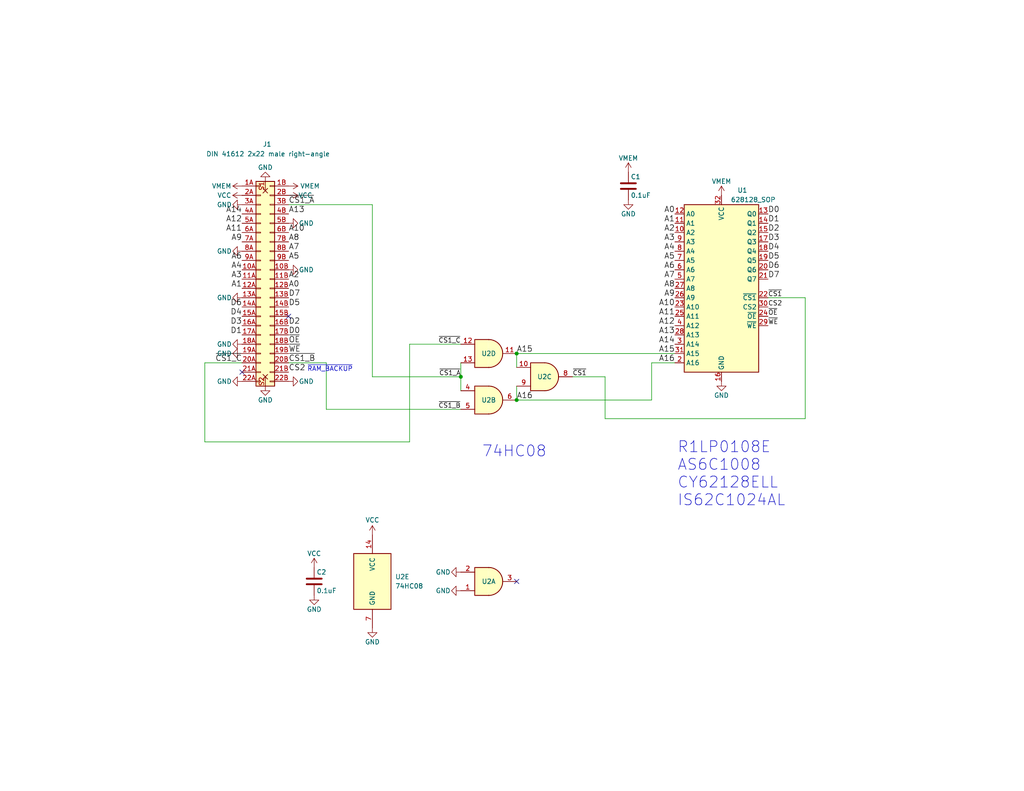
<source format=kicad_sch>
(kicad_sch (version 20211123) (generator eeschema)
  (paper "USLetter")
  (title_block (title "96K RAM for TANDY 600") (date "2022-10-01") (rev "011") (company "Brian K. White - b.kenyon.w@gmail.com") (comment 1 "LICENSE: CC-BY-SA 4.0") (comment 2 "Originally based on Model600Sram_v1.1 by Jayeson Lee-Steer") (comment 3 "Replaces TANDY Cat. No. 26-3910 \"OPRM\""))
  (lib_symbols
    (symbol "000_LOCAL:628128_SOP"
      (property "Reference" "U" (at -10.16 23.495 0))
      (property "Value" "628128_SOP" (at 2.54 23.495 0))
      (symbol "628128_SOP_0_0"
        (pin power_in line (at 0 -25.4 90) (length 2.54) (name "GND") (number "16"))
        (pin power_in line (at 0 25.4 270) (length 2.54) (name "VCC") (number "32"))
      )
      (symbol "628128_SOP_0_1"
        (rectangle (start -10.16 22.86) (end 10.16 -22.86) (stroke (width 0.254)) (fill (type background)))
      )
      (symbol "628128_SOP_1_1"
        (pin no_connect line (at 10.16 -20.32 180) (length 2.54) hide (name "NC") (number "1"))
        (pin input line (at -12.7 15.24 0) (length 2.54) (name "A2") (number "10"))
        (pin input line (at -12.7 17.78 0) (length 2.54) (name "A1") (number "11"))
        (pin input line (at -12.7 20.32 0) (length 2.54) (name "A0") (number "12"))
        (pin tri_state line (at 12.7 20.32 180) (length 2.54) (name "Q0") (number "13"))
        (pin tri_state line (at 12.7 17.78 180) (length 2.54) (name "Q1") (number "14"))
        (pin tri_state line (at 12.7 15.24 180) (length 2.54) (name "Q2") (number "15"))
        (pin tri_state line (at 12.7 12.7 180) (length 2.54) (name "Q3") (number "17"))
        (pin tri_state line (at 12.7 10.16 180) (length 2.54) (name "Q4") (number "18"))
        (pin tri_state line (at 12.7 7.62 180) (length 2.54) (name "Q5") (number "19"))
        (pin input line (at -12.7 -20.32 0) (length 2.54) (name "A16") (number "2"))
        (pin tri_state line (at 12.7 5.08 180) (length 2.54) (name "Q6") (number "20"))
        (pin tri_state line (at 12.7 2.54 180) (length 2.54) (name "Q7") (number "21"))
        (pin input line (at 12.7 -2.54 180) (length 2.54) (name "~{CS1}") (number "22"))
        (pin input line (at -12.7 -5.08 0) (length 2.54) (name "A10") (number "23"))
        (pin input line (at 12.7 -7.62 180) (length 2.54) (name "~{OE}") (number "24"))
        (pin input line (at -12.7 -7.62 0) (length 2.54) (name "A11") (number "25"))
        (pin input line (at -12.7 -2.54 0) (length 2.54) (name "A9") (number "26"))
        (pin input line (at -12.7 0 0) (length 2.54) (name "A8") (number "27"))
        (pin input line (at -12.7 -12.7 0) (length 2.54) (name "A13") (number "28"))
        (pin input line (at 12.7 -10.16 180) (length 2.54) (name "~{WE}") (number "29"))
        (pin input line (at -12.7 -15.24 0) (length 2.54) (name "A14") (number "3"))
        (pin input line (at 12.7 -5.08 180) (length 2.54) (name "CS2") (number "30"))
        (pin input line (at -12.7 -17.78 0) (length 2.54) (name "A15") (number "31"))
        (pin input line (at -12.7 -10.16 0) (length 2.54) (name "A12") (number "4"))
        (pin input line (at -12.7 2.54 0) (length 2.54) (name "A7") (number "5"))
        (pin input line (at -12.7 5.08 0) (length 2.54) (name "A6") (number "6"))
        (pin input line (at -12.7 7.62 0) (length 2.54) (name "A5") (number "7"))
        (pin input line (at -12.7 10.16 0) (length 2.54) (name "A4") (number "8"))
        (pin input line (at -12.7 12.7 0) (length 2.54) (name "A3") (number "9"))
      )
    )
    (symbol "000_LOCAL:74HC08" (pin_names (offset 1.016))
      (property "Reference" "U" (at 0 1.27 0))
      (property "Value" "74HC08" (at 0 -1.27 0))
      (symbol "74HC08_1_1"
        (arc (start 0 -3.81) (mid 3.81 0) (end 0 3.81) (stroke (width 0.254)) (fill (type background)))
        (polyline (pts (xy 0 3.81) (xy -3.81 3.81) (xy -3.81 -3.81) (xy 0 -3.81)) (stroke (width 0.254)) (fill (type background)))
        (pin input line (at -7.62 2.54 0) (length 3.81) (name "~") (number "1"))
        (pin input line (at -7.62 -2.54 0) (length 3.81) (name "~") (number "2"))
        (pin output line (at 7.62 0 180) (length 3.81) (name "~") (number "3"))
      )
      (symbol "74HC08_1_2"
        (arc (start -3.81 -3.81) (mid -2.589 0) (end -3.81 3.81) (stroke (width 0.254)))
        (arc (start -0.6096 -3.81) (mid 2.1842 -2.5851) (end 3.81 0) (stroke (width 0.254)) (fill (type background)))
        (polyline (pts (xy -3.81 -3.81) (xy -0.635 -3.81)) (stroke (width 0.254)) (fill (type background)))
        (polyline (pts (xy -3.81 3.81) (xy -0.635 3.81)) (stroke (width 0.254)) (fill (type background)))
        (polyline (pts (xy -0.635 3.81) (xy -3.81 3.81) (xy -3.81 3.81) (xy -3.556 3.4036) (xy -3.0226 2.2606) (xy -2.6924 1.0414) (xy -2.6162 -0.254) (xy -2.7686 -1.4986) (xy -3.175 -2.7178) (xy -3.81 -3.81) (xy -3.81 -3.81) (xy -0.635 -3.81)) (stroke (width -25.4)) (fill (type background)))
        (arc (start 3.81 0) (mid 2.1915 2.5936) (end -0.6096 3.81) (stroke (width 0.254)) (fill (type background)))
        (pin input inverted (at -7.62 2.54 0) (length 4.318) (name "~") (number "1"))
        (pin input inverted (at -7.62 -2.54 0) (length 4.318) (name "~") (number "2"))
        (pin output inverted (at 7.62 0 180) (length 3.81) (name "~") (number "3"))
      )
      (symbol "74HC08_2_1"
        (arc (start 0 -3.81) (mid 3.81 0) (end 0 3.81) (stroke (width 0.254)) (fill (type background)))
        (polyline (pts (xy 0 3.81) (xy -3.81 3.81) (xy -3.81 -3.81) (xy 0 -3.81)) (stroke (width 0.254)) (fill (type background)))
        (pin input line (at -7.62 2.54 0) (length 3.81) (name "~") (number "4"))
        (pin input line (at -7.62 -2.54 0) (length 3.81) (name "~") (number "5"))
        (pin output line (at 7.62 0 180) (length 3.81) (name "~") (number "6"))
      )
      (symbol "74HC08_2_2"
        (arc (start -3.81 -3.81) (mid -2.589 0) (end -3.81 3.81) (stroke (width 0.254)))
        (arc (start -0.6096 -3.81) (mid 2.1842 -2.5851) (end 3.81 0) (stroke (width 0.254)) (fill (type background)))
        (polyline (pts (xy -3.81 -3.81) (xy -0.635 -3.81)) (stroke (width 0.254)) (fill (type background)))
        (polyline (pts (xy -3.81 3.81) (xy -0.635 3.81)) (stroke (width 0.254)) (fill (type background)))
        (polyline (pts (xy -0.635 3.81) (xy -3.81 3.81) (xy -3.81 3.81) (xy -3.556 3.4036) (xy -3.0226 2.2606) (xy -2.6924 1.0414) (xy -2.6162 -0.254) (xy -2.7686 -1.4986) (xy -3.175 -2.7178) (xy -3.81 -3.81) (xy -3.81 -3.81) (xy -0.635 -3.81)) (stroke (width -25.4)) (fill (type background)))
        (arc (start 3.81 0) (mid 2.1915 2.5936) (end -0.6096 3.81) (stroke (width 0.254)) (fill (type background)))
        (pin input inverted (at -7.62 2.54 0) (length 4.318) (name "~") (number "4"))
        (pin input inverted (at -7.62 -2.54 0) (length 4.318) (name "~") (number "5"))
        (pin output inverted (at 7.62 0 180) (length 3.81) (name "~") (number "6"))
      )
      (symbol "74HC08_3_1"
        (arc (start 0 -3.81) (mid 3.81 0) (end 0 3.81) (stroke (width 0.254)) (fill (type background)))
        (polyline (pts (xy 0 3.81) (xy -3.81 3.81) (xy -3.81 -3.81) (xy 0 -3.81)) (stroke (width 0.254)) (fill (type background)))
        (pin input line (at -7.62 -2.54 0) (length 3.81) (name "~") (number "10"))
        (pin output line (at 7.62 0 180) (length 3.81) (name "~") (number "8"))
        (pin input line (at -7.62 2.54 0) (length 3.81) (name "~") (number "9"))
      )
      (symbol "74HC08_3_2"
        (arc (start -3.81 -3.81) (mid -2.589 0) (end -3.81 3.81) (stroke (width 0.254)))
        (arc (start -0.6096 -3.81) (mid 2.1842 -2.5851) (end 3.81 0) (stroke (width 0.254)) (fill (type background)))
        (polyline (pts (xy -3.81 -3.81) (xy -0.635 -3.81)) (stroke (width 0.254)) (fill (type background)))
        (polyline (pts (xy -3.81 3.81) (xy -0.635 3.81)) (stroke (width 0.254)) (fill (type background)))
        (polyline (pts (xy -0.635 3.81) (xy -3.81 3.81) (xy -3.81 3.81) (xy -3.556 3.4036) (xy -3.0226 2.2606) (xy -2.6924 1.0414) (xy -2.6162 -0.254) (xy -2.7686 -1.4986) (xy -3.175 -2.7178) (xy -3.81 -3.81) (xy -3.81 -3.81) (xy -0.635 -3.81)) (stroke (width -25.4)) (fill (type background)))
        (arc (start 3.81 0) (mid 2.1915 2.5936) (end -0.6096 3.81) (stroke (width 0.254)) (fill (type background)))
        (pin input inverted (at -7.62 -2.54 0) (length 4.318) (name "~") (number "10"))
        (pin output inverted (at 7.62 0 180) (length 3.81) (name "~") (number "8"))
        (pin input inverted (at -7.62 2.54 0) (length 4.318) (name "~") (number "9"))
      )
      (symbol "74HC08_4_1"
        (arc (start 0 -3.81) (mid 3.81 0) (end 0 3.81) (stroke (width 0.254)) (fill (type background)))
        (polyline (pts (xy 0 3.81) (xy -3.81 3.81) (xy -3.81 -3.81) (xy 0 -3.81)) (stroke (width 0.254)) (fill (type background)))
        (pin output line (at 7.62 0 180) (length 3.81) (name "~") (number "11"))
        (pin input line (at -7.62 2.54 0) (length 3.81) (name "~") (number "12"))
        (pin input line (at -7.62 -2.54 0) (length 3.81) (name "~") (number "13"))
      )
      (symbol "74HC08_4_2"
        (arc (start -3.81 -3.81) (mid -2.589 0) (end -3.81 3.81) (stroke (width 0.254)))
        (arc (start -0.6096 -3.81) (mid 2.1842 -2.5851) (end 3.81 0) (stroke (width 0.254)) (fill (type background)))
        (polyline (pts (xy -3.81 -3.81) (xy -0.635 -3.81)) (stroke (width 0.254)) (fill (type background)))
        (polyline (pts (xy -3.81 3.81) (xy -0.635 3.81)) (stroke (width 0.254)) (fill (type background)))
        (polyline (pts (xy -0.635 3.81) (xy -3.81 3.81) (xy -3.81 3.81) (xy -3.556 3.4036) (xy -3.0226 2.2606) (xy -2.6924 1.0414) (xy -2.6162 -0.254) (xy -2.7686 -1.4986) (xy -3.175 -2.7178) (xy -3.81 -3.81) (xy -3.81 -3.81) (xy -0.635 -3.81)) (stroke (width -25.4)) (fill (type background)))
        (arc (start 3.81 0) (mid 2.1915 2.5936) (end -0.6096 3.81) (stroke (width 0.254)) (fill (type background)))
        (pin output inverted (at 7.62 0 180) (length 3.81) (name "~") (number "11"))
        (pin input inverted (at -7.62 2.54 0) (length 4.318) (name "~") (number "12"))
        (pin input inverted (at -7.62 -2.54 0) (length 4.318) (name "~") (number "13"))
      )
      (symbol "74HC08_5_0"
        (pin power_in line (at 0 12.7 270) (length 5.08) (name "VCC") (number "14"))
        (pin power_in line (at 0 -12.7 90) (length 5.08) (name "GND") (number "7"))
      )
      (symbol "74HC08_5_1"
        (rectangle (start -5.08 7.62) (end 5.08 -7.62) (stroke (width 0.254)) (fill (type background)))
      )
    )
    (symbol "000_LOCAL:C" (pin_numbers hide) (pin_names (offset 0.254))
      (property "Reference" "C" (at 0.635 2.54 0))
      (property "Value" "C" (at 0.635 -2.54 0))
      (symbol "C_0_1"
        (polyline (pts (xy -2.032 -0.762) (xy 2.032 -0.762)) (stroke (width 0.508)))
        (polyline (pts (xy -2.032 0.762) (xy 2.032 0.762)) (stroke (width 0.508)))
      )
      (symbol "C_1_1"
        (pin passive line (at 0 3.81 270) (length 2.794) (name "~") (number "1"))
        (pin passive line (at 0 -3.81 90) (length 2.794) (name "~") (number "2"))
      )
    )
    (symbol "000_LOCAL:DIN 41612 2x22 male right-angle" (pin_names (offset 1.016) hide)
      (property "Reference" "J" (at -2.7432 28.9052 0))
      (property "Value" "DIN 41612 2x22 male right-angle" (at 18.8468 28.8036 0))
      (symbol "DIN 41612 2x22 male right-angle_1_1"
        (rectangle (start -1.27 -27.813) (end 0 -28.067) (stroke (width 0.1524)))
        (rectangle (start -1.27 -25.273) (end 0 -25.527) (stroke (width 0.1524)))
        (rectangle (start -1.27 -22.733) (end 0 -22.987) (stroke (width 0.1524)))
        (rectangle (start -1.27 -20.193) (end 0 -20.447) (stroke (width 0.1524)))
        (rectangle (start -1.27 -17.653) (end 0 -17.907) (stroke (width 0.1524)))
        (rectangle (start -1.27 -15.113) (end 0 -15.367) (stroke (width 0.1524)))
        (rectangle (start -1.27 -12.573) (end 0 -12.827) (stroke (width 0.1524)))
        (rectangle (start -1.27 -10.033) (end 0 -10.287) (stroke (width 0.1524)))
        (rectangle (start -1.27 -7.493) (end 0 -7.747) (stroke (width 0.1524)))
        (rectangle (start -1.27 -4.953) (end 0 -5.207) (stroke (width 0.1524)))
        (rectangle (start -1.27 -2.413) (end 0 -2.667) (stroke (width 0.1524)))
        (rectangle (start -1.27 0.127) (end 0 -0.127) (stroke (width 0.1524)))
        (rectangle (start -1.27 2.667) (end 0 2.413) (stroke (width 0.1524)))
        (rectangle (start -1.27 5.207) (end 0 4.953) (stroke (width 0.1524)))
        (rectangle (start -1.27 7.747) (end 0 7.493) (stroke (width 0.1524)))
        (rectangle (start -1.27 10.287) (end 0 10.033) (stroke (width 0.1524)))
        (rectangle (start -1.27 12.827) (end 0 12.573) (stroke (width 0.1524)))
        (rectangle (start -1.27 15.367) (end 0 15.113) (stroke (width 0.1524)))
        (rectangle (start -1.27 17.907) (end 0 17.653) (stroke (width 0.1524)))
        (rectangle (start -1.27 20.447) (end 0 20.193) (stroke (width 0.1524)))
        (rectangle (start -1.27 22.987) (end 0 22.733) (stroke (width 0.1524)))
        (rectangle (start -1.27 25.527) (end 0 25.273) (stroke (width 0.1524)))
        (rectangle (start -1.27 26.67) (end 3.81 -29.21) (stroke (width 0.254)) (fill (type background)))
        (rectangle (start 3.81 -27.813) (end 2.54 -28.067) (stroke (width 0.1524)))
        (rectangle (start 3.81 -25.273) (end 2.54 -25.527) (stroke (width 0.1524)))
        (rectangle (start 3.81 -22.733) (end 2.54 -22.987) (stroke (width 0.1524)))
        (rectangle (start 3.81 -20.193) (end 2.54 -20.447) (stroke (width 0.1524)))
        (rectangle (start 3.81 -17.653) (end 2.54 -17.907) (stroke (width 0.1524)))
        (rectangle (start 3.81 -15.113) (end 2.54 -15.367) (stroke (width 0.1524)))
        (rectangle (start 3.81 -12.573) (end 2.54 -12.827) (stroke (width 0.1524)))
        (rectangle (start 3.81 -10.033) (end 2.54 -10.287) (stroke (width 0.1524)))
        (rectangle (start 3.81 -7.493) (end 2.54 -7.747) (stroke (width 0.1524)))
        (rectangle (start 3.81 -4.953) (end 2.54 -5.207) (stroke (width 0.1524)))
        (rectangle (start 3.81 -2.413) (end 2.54 -2.667) (stroke (width 0.1524)))
        (rectangle (start 3.81 0.127) (end 2.54 -0.127) (stroke (width 0.1524)))
        (rectangle (start 3.81 2.667) (end 2.54 2.413) (stroke (width 0.1524)))
        (rectangle (start 3.81 5.207) (end 2.54 4.953) (stroke (width 0.1524)))
        (rectangle (start 3.81 7.747) (end 2.54 7.493) (stroke (width 0.1524)))
        (rectangle (start 3.81 10.287) (end 2.54 10.033) (stroke (width 0.1524)))
        (rectangle (start 3.81 12.827) (end 2.54 12.573) (stroke (width 0.1524)))
        (rectangle (start 3.81 15.367) (end 2.54 15.113) (stroke (width 0.1524)))
        (rectangle (start 3.81 17.907) (end 2.54 17.653) (stroke (width 0.1524)))
        (rectangle (start 3.81 20.447) (end 2.54 20.193) (stroke (width 0.1524)))
        (rectangle (start 3.81 22.987) (end 2.54 22.733) (stroke (width 0.1524)))
        (rectangle (start 3.81 25.527) (end 2.54 25.273) (stroke (width 0.1524)))
        (pin passive line (at -5.08 2.54 0) (length 3.81) (name "10A") (number "10A"))
        (pin passive line (at 7.62 2.54 180) (length 3.81) (name "10B") (number "10B"))
        (pin passive line (at -5.08 0 0) (length 3.81) (name "11A") (number "11A"))
        (pin passive line (at 7.62 0 180) (length 3.81) (name "11B") (number "11B"))
        (pin passive line (at -5.08 -2.54 0) (length 3.81) (name "12A") (number "12A"))
        (pin passive line (at 7.62 -2.54 180) (length 3.81) (name "12B") (number "12B"))
        (pin passive line (at -5.08 -5.08 0) (length 3.81) (name "13A") (number "13A"))
        (pin passive line (at 7.62 -5.08 180) (length 3.81) (name "13B") (number "13B"))
        (pin passive line (at -5.08 -7.62 0) (length 3.81) (name "14A") (number "14A"))
        (pin passive line (at 7.62 -7.62 180) (length 3.81) (name "14B") (number "14B"))
        (pin passive line (at -5.08 -10.16 0) (length 3.81) (name "15A") (number "15A"))
        (pin passive line (at 7.62 -10.16 180) (length 3.81) (name "15B") (number "15B"))
        (pin passive line (at -5.08 -12.7 0) (length 3.81) (name "16A") (number "16A"))
        (pin passive line (at 7.62 -12.7 180) (length 3.81) (name "16B") (number "16B"))
        (pin passive line (at -5.08 -15.24 0) (length 3.81) (name "17A") (number "17A"))
        (pin passive line (at 7.62 -15.24 180) (length 3.81) (name "17B") (number "17B"))
        (pin passive line (at -5.08 -17.78 0) (length 3.81) (name "18A") (number "18A"))
        (pin passive line (at 7.62 -17.78 180) (length 3.81) (name "18B") (number "18B"))
        (pin passive line (at -5.08 -20.32 0) (length 3.81) (name "19A") (number "19A"))
        (pin passive line (at 7.62 -20.32 180) (length 3.81) (name "19B") (number "19B"))
        (pin passive line (at -5.08 25.4 0) (length 3.81) (name "1A") (number "1A"))
        (pin passive line (at 7.62 25.4 180) (length 3.81) (name "1B") (number "1B"))
        (pin passive line (at -5.08 -22.86 0) (length 3.81) (name "20A") (number "20A"))
        (pin passive line (at 7.62 -22.86 180) (length 3.81) (name "20B") (number "20B"))
        (pin passive line (at -5.08 -25.4 0) (length 3.81) (name "21A") (number "21A"))
        (pin passive line (at 7.62 -25.4 180) (length 3.81) (name "21B") (number "21B"))
        (pin passive line (at -5.08 -27.94 0) (length 3.81) (name "22A") (number "22A"))
        (pin passive line (at 7.62 -27.94 180) (length 3.81) (name "22B") (number "22B"))
        (pin passive line (at -5.08 22.86 0) (length 3.81) (name "2A") (number "2A"))
        (pin passive line (at 7.62 22.86 180) (length 3.81) (name "2B") (number "2B"))
        (pin passive line (at -5.08 20.32 0) (length 3.81) (name "3A") (number "3A"))
        (pin passive line (at 7.62 20.32 180) (length 3.81) (name "3B") (number "3B"))
        (pin passive line (at -5.08 17.78 0) (length 3.81) (name "4A") (number "4A"))
        (pin passive line (at 7.62 17.78 180) (length 3.81) (name "4B") (number "4B"))
        (pin passive line (at -5.08 15.24 0) (length 3.81) (name "5A") (number "5A"))
        (pin passive line (at 7.62 15.24 180) (length 3.81) (name "5B") (number "5B"))
        (pin passive line (at -5.08 12.7 0) (length 3.81) (name "6A") (number "6A"))
        (pin passive line (at 7.62 12.7 180) (length 3.81) (name "6B") (number "6B"))
        (pin passive line (at -5.08 10.16 0) (length 3.81) (name "7A") (number "7A"))
        (pin passive line (at 7.62 10.16 180) (length 3.81) (name "7B") (number "7B"))
        (pin passive line (at -5.08 7.62 0) (length 3.81) (name "8A") (number "8A"))
        (pin passive line (at 7.62 7.62 180) (length 3.81) (name "8B") (number "8B"))
        (pin passive line (at -5.08 5.08 0) (length 3.81) (name "9A") (number "9A"))
        (pin passive line (at 7.62 5.08 180) (length 3.81) (name "9B") (number "9B"))
        (pin passive non_logic (at 1.27 26.67 270) (length 2.54) (name "mount") (number "S1"))
        (pin passive non_logic (at 1.27 -29.21 90) (length 2.54) (name "mount") (number "S2"))
      )
    )
    (symbol "000_LOCAL:GND" (power) (pin_names (offset 0))
      (property "Value" "GND" (at 0 -3.81 0))
      (symbol "GND_0_1"
        (polyline (pts (xy 0 0) (xy 0 -1.27) (xy 1.27 -1.27) (xy 0 -2.54) (xy -1.27 -1.27) (xy 0 -1.27)))
      )
      (symbol "GND_1_1"
        (pin power_in line (at 0 0 270) (length 0) hide (name "GND") (number "1"))
      )
    )
    (symbol "000_LOCAL:VCC" (power) (pin_names (offset 0))
      (property "Value" "VCC" (at 0 3.81 0))
      (symbol "VCC_0_1"
        (polyline (pts (xy -0.762 1.27) (xy 0 2.54)))
        (polyline (pts (xy 0 0) (xy 0 2.54)))
        (polyline (pts (xy 0 2.54) (xy 0.762 1.27)))
      )
      (symbol "VCC_1_1"
        (pin power_in line (at 0 0 90) (length 0) hide (name "VCC") (number "1"))
      )
    )
    (symbol "000_LOCAL:VMEM" (power) (pin_names (offset 0))
      (property "Value" "VMEM" (at 0 3.81 0))
      (symbol "VMEM_0_1"
        (polyline (pts (xy -0.762 1.27) (xy 0 2.54)))
        (polyline (pts (xy 0 0) (xy 0 2.54)))
        (polyline (pts (xy 0 2.54) (xy 0.762 1.27)))
      )
      (symbol "VMEM_1_1"
        (pin power_in line (at 0 0 90) (length 0) hide (name "VMEM") (number "1"))
      )
    )
  )
  (junction (at 125.73 102.87))
  (junction (at 140.97 109.22))
  (junction (at 140.97 96.52))
  (no_connect (at 140.97 158.75))
  (no_connect (at 66.04 101.6))
  (no_connect (at 78.74 86.36))
  (wire (pts (xy 66.04 99.06) (xy 55.88 99.06)))
  (wire (pts (xy 125.73 102.87) (xy 125.73 106.68)))
  (wire (pts (xy 140.97 96.52) (xy 184.15 96.52)))
  (wire (pts (xy 101.6 102.87) (xy 125.73 102.87)))
  (wire (pts (xy 140.97 109.22) (xy 177.8 109.22)))
  (wire (pts (xy 125.73 99.06) (xy 125.73 102.87)))
  (wire (pts (xy 140.97 96.52) (xy 140.97 100.33)))
  (wire (pts (xy 55.88 120.65) (xy 111.76 120.65)))
  (wire (pts (xy 165.1 102.87) (xy 165.1 114.3)))
  (wire (pts (xy 165.1 102.87) (xy 156.21 102.87)))
  (wire (pts (xy 55.88 99.06) (xy 55.88 120.65)))
  (wire (pts (xy 89.027 99.06) (xy 89.027 111.76)))
  (wire (pts (xy 101.6 55.88) (xy 101.6 102.87)))
  (wire (pts (xy 219.71 81.28) (xy 219.71 114.3)))
  (wire (pts (xy 78.74 99.06) (xy 89.027 99.06)))
  (wire (pts (xy 89.027 111.76) (xy 125.73 111.76)))
  (wire (pts (xy 78.74 55.88) (xy 101.6 55.88)))
  (wire (pts (xy 111.76 93.98) (xy 125.73 93.98)))
  (wire (pts (xy 165.1 114.3) (xy 219.71 114.3)))
  (wire (pts (xy 177.8 99.06) (xy 184.15 99.06)))
  (wire (pts (xy 140.97 105.41) (xy 140.97 109.22)))
  (wire (pts (xy 177.8 109.22) (xy 177.8 99.06)))
  (wire (pts (xy 111.76 93.98) (xy 111.76 120.65)))
  (wire (pts (xy 219.71 81.28) (xy 209.55 81.28)))
  (text "~{RAM_BACKUP}" (at 83.82 101.6 0) (effects (font (size 1.27 1.27)) (justify left bottom)))
  (text "74HC08" (at 131.445 125.095 0) (effects (font (size 3 3)) (justify left bottom)))
  (text "R1LP0108E\nAS6C1008\nCY62128ELL\nIS62C1024AL\n" (at 184.785 138.43 0) (effects (font (size 3 3)) (justify left bottom)))
  (label "D2" (at 78.74 88.9 0) (effects (font (size 1.524 1.524))))
  (label "~{CS1_C}" (at 66.04 99.06 180) (effects (font (size 1.524 1.524))))
  (label "A13" (at 78.74 58.42 0) (effects (font (size 1.524 1.524))))
  (label "A12" (at 66.04 60.96 180) (effects (font (size 1.524 1.524))))
  (label "D6" (at 66.04 83.82 180) (effects (font (size 1.524 1.524))))
  (label "A13" (at 184.15 91.44 180) (effects (font (size 1.524 1.524))))
  (label "A7" (at 184.15 76.2 180) (effects (font (size 1.524 1.524))))
  (label "A1" (at 184.15 60.96 180) (effects (font (size 1.524 1.524))))
  (label "~{WE}" (at 209.55 88.9 0))
  (label "A4" (at 66.04 73.66 180) (effects (font (size 1.524 1.524))))
  (label "A3" (at 66.04 76.2 180) (effects (font (size 1.524 1.524))))
  (label "A4" (at 184.15 68.58 180) (effects (font (size 1.524 1.524))))
  (label "A12" (at 184.15 88.9 180) (effects (font (size 1.524 1.524))))
  (label "A9" (at 184.15 81.28 180) (effects (font (size 1.524 1.524))))
  (label "D0" (at 209.55 58.42 0) (effects (font (size 1.524 1.524))))
  (label "D0" (at 78.74 91.44 0) (effects (font (size 1.524 1.524))))
  (label "D7" (at 78.74 81.28 0) (effects (font (size 1.524 1.524))))
  (label "CS2" (at 78.74 101.6 0) (effects (font (size 1.524 1.524))))
  (label "A2" (at 78.74 76.2 0) (effects (font (size 1.524 1.524))))
  (label "D5" (at 209.55 71.12 0) (effects (font (size 1.524 1.524))))
  (label "A5" (at 184.15 71.12 180) (effects (font (size 1.524 1.524))))
  (label "A1" (at 66.04 78.74 180) (effects (font (size 1.524 1.524))))
  (label "~{CS1_A}" (at 78.74 55.88 0) (effects (font (size 1.524 1.524))))
  (label "CS2" (at 209.55 83.82 0))
  (label "D4" (at 66.04 86.36 180) (effects (font (size 1.524 1.524))))
  (label "A11" (at 184.15 86.36 180) (effects (font (size 1.524 1.524))))
  (label "A16" (at 184.15 99.06 180) (effects (font (size 1.524 1.524))))
  (label "D1" (at 66.04 91.44 180) (effects (font (size 1.524 1.524))))
  (label "A10" (at 184.15 83.82 180) (effects (font (size 1.524 1.524))))
  (label "A3" (at 184.15 66.04 180) (effects (font (size 1.524 1.524))))
  (label "~{CS1}" (at 156.21 102.87 0))
  (label "~{CS1_B}" (at 78.74 99.06 0) (effects (font (size 1.524 1.524))))
  (label "D5" (at 78.74 83.82 0) (effects (font (size 1.524 1.524))))
  (label "~{CS1_B}" (at 125.73 111.76 180))
  (label "A6" (at 66.04 71.12 180) (effects (font (size 1.524 1.524))))
  (label "A5" (at 78.74 71.12 0) (effects (font (size 1.524 1.524))))
  (label "~{OE}" (at 78.74 93.98 0) (effects (font (size 1.524 1.524))))
  (label "A0" (at 78.74 78.74 0) (effects (font (size 1.524 1.524))))
  (label "A8" (at 78.74 66.04 0) (effects (font (size 1.524 1.524))))
  (label "~{CS1_C}" (at 125.73 93.98 180))
  (label "D1" (at 209.55 60.96 0) (effects (font (size 1.524 1.524))))
  (label "D3" (at 66.04 88.9 180) (effects (font (size 1.524 1.524))))
  (label "A14" (at 184.15 93.98 180) (effects (font (size 1.524 1.524))))
  (label "A10" (at 78.74 63.5 0) (effects (font (size 1.524 1.524))))
  (label "A11" (at 66.04 63.5 180) (effects (font (size 1.524 1.524))))
  (label "A2" (at 184.15 63.5 180) (effects (font (size 1.524 1.524))))
  (label "D7" (at 209.55 76.2 0) (effects (font (size 1.524 1.524))))
  (label "A16" (at 140.97 109.22 0) (effects (font (size 1.524 1.524))))
  (label "A14" (at 66.04 58.42 180) (effects (font (size 1.524 1.524))))
  (label "~{CS1_A}" (at 125.73 102.87 180))
  (label "A8" (at 184.15 78.74 180) (effects (font (size 1.524 1.524))))
  (label "D2" (at 209.55 63.5 0) (effects (font (size 1.524 1.524))))
  (label "A15" (at 140.97 96.52 0) (effects (font (size 1.524 1.524))))
  (label "D3" (at 209.55 66.04 0) (effects (font (size 1.524 1.524))))
  (label "A7" (at 78.74 68.58 0) (effects (font (size 1.524 1.524))))
  (label "A15" (at 184.15 96.52 180) (effects (font (size 1.524 1.524))))
  (label "A0" (at 184.15 58.42 180) (effects (font (size 1.524 1.524))))
  (label "A9" (at 66.04 66.04 180) (effects (font (size 1.524 1.524))))
  (label "~{OE}" (at 209.55 86.36 0))
  (label "A6" (at 184.15 73.66 180) (effects (font (size 1.524 1.524))))
  (label "~{CS1}" (at 209.55 81.28 0))
  (label "D4" (at 209.55 68.58 0) (effects (font (size 1.524 1.524))))
  (label "D6" (at 209.55 73.66 0) (effects (font (size 1.524 1.524))))
  (label "~{WE}" (at 78.74 96.52 0) (effects (font (size 1.524 1.524))))
  (symbol (lib_id "000_LOCAL:C") (at 171.45 50.8 0) (unit 1)
    (property "Reference" "C1" (at 172.085 48.26 0) (effects (justify left)))
    (property "Value" "0.1uF" (at 172.085 53.34 0) (effects (justify left)))
    (property "Footprint" "000_LOCAL:C_Disc_D5.0mm_W2.5mm_P2.50mm" (effects hide))
  )
  (symbol (lib_id "000_LOCAL:DIN 41612 2x22 male right-angle") (at 71.12 76.2 0) (unit 1)
    (property "Reference" "J1" (at 72.898 39.37 0))
    (property "Value" "DIN 41612 2x22 male right-angle" (at 73.152 42.037 0))
    (property "Footprint" "000_LOCAL:DIN 41612 2x22 male right-angle" (effects hide))
  )
  (symbol (lib_id "000_LOCAL:VMEM") (at 66.04 50.8 90) (unit 1)
    (property "Reference" "#PWR0101" (effects hide))
    (property "Value" "VMEM" (at 60.452 50.8 90))
  )
  (symbol (lib_id "000_LOCAL:VMEM") (at 78.74 50.8 270) (unit 1)
    (property "Reference" "#PWR0102" (effects hide))
    (property "Value" "VMEM" (at 84.582 50.8 90))
  )
  (symbol (lib_id "000_LOCAL:VCC") (at 66.04 53.34 90) (unit 1)
    (property "Reference" "#PWR0103" (effects hide))
    (property "Value" "VCC" (at 61.214 53.34 90))
  )
  (symbol (lib_id "000_LOCAL:VCC") (at 78.74 53.34 270) (unit 1)
    (property "Reference" "#PWR0108" (effects hide))
    (property "Value" "VCC" (at 83.312 53.34 90))
  )
  (symbol (lib_id "000_LOCAL:GND") (at 171.45 54.61 0) (unit 1)
    (property "Reference" "#PWR0106" (effects hide))
    (property "Value" "GND" (at 171.45 58.42 0))
  )
  (symbol (lib_id "000_LOCAL:VMEM") (at 171.45 46.99 0) (unit 1)
    (property "Reference" "#PWR0107" (effects hide))
    (property "Value" "VMEM" (at 171.45 43.18 0))
  )
  (symbol (lib_id "000_LOCAL:GND") (at 78.74 60.96 90) (unit 1)
    (property "Reference" "#PWR0109" (effects hide))
    (property "Value" "GND" (at 83.566 60.96 90))
  )
  (symbol (lib_id "000_LOCAL:GND") (at 78.74 73.66 90) (unit 1)
    (property "Reference" "#PWR0110" (effects hide))
    (property "Value" "GND" (at 83.566 73.66 90))
  )
  (symbol (lib_id "000_LOCAL:VMEM") (at 196.85 53.34 0) (unit 1)
    (property "Reference" "#PWR0115" (effects hide))
    (property "Value" "VMEM" (at 196.85 49.53 0))
  )
  (symbol (lib_id "000_LOCAL:GND") (at 78.74 104.14 90) (unit 1)
    (property "Reference" "#PWR0111" (effects hide))
    (property "Value" "GND" (at 83.566 104.14 90))
  )
  (symbol (lib_id "000_LOCAL:GND") (at 66.04 55.88 270) (unit 1)
    (property "Reference" "#PWR0112" (effects hide))
    (property "Value" "GND" (at 61.214 55.88 90))
  )
  (symbol (lib_id "000_LOCAL:GND") (at 66.04 68.58 270) (unit 1)
    (property "Reference" "#PWR0116" (effects hide))
    (property "Value" "GND" (at 61.214 68.58 90))
  )
  (symbol (lib_id "000_LOCAL:GND") (at 66.04 81.28 270) (unit 1)
    (property "Reference" "#PWR0117" (effects hide))
    (property "Value" "GND" (at 61.214 81.28 90))
  )
  (symbol (lib_id "000_LOCAL:GND") (at 66.04 93.98 270) (unit 1)
    (property "Reference" "#PWR0118" (effects hide))
    (property "Value" "GND" (at 61.214 93.98 90))
  )
  (symbol (lib_id "000_LOCAL:GND") (at 66.04 96.52 270) (unit 1)
    (property "Reference" "#PWR0119" (effects hide))
    (property "Value" "GND" (at 61.214 96.52 90))
  )
  (symbol (lib_id "000_LOCAL:GND") (at 66.04 104.14 270) (unit 1)
    (property "Reference" "#PWR0120" (effects hide))
    (property "Value" "GND" (at 61.214 104.14 90))
  )
  (symbol (lib_id "000_LOCAL:628128_SOP") (at 196.85 78.74 0) (unit 1)
    (property "Reference" "U1" (at 202.565 51.943 0))
    (property "Value" "628128_SOP" (at 199.39 55.245 0) (effects (justify left bottom)))
    (property "Footprint" "000_LOCAL:DIP-32_W15.24mm" (effects hide))
    (property "Datasheet" "http://www.futurlec.com/Datasheet/Memory/628128.pdf" (effects hide))
  )
  (symbol (lib_id "000_LOCAL:74HC08") (at 133.35 158.75 0) (mirror x) (unit 1)
    (property "Reference" "U2" (at 133.35 158.75 0))
    (property "Value" "74HC08" (effects hide))
    (property "Footprint" "000_LOCAL:DIP-14_W7.62mm" (effects hide))
    (property "Datasheet" "https://assets.nexperia.com/documents/data-sheet/74HC_HCT08.pdf" (effects hide))
  )
  (symbol (lib_id "000_LOCAL:C") (at 85.725 158.75 0) (unit 1)
    (property "Reference" "C2" (at 86.36 156.21 0) (effects (justify left)))
    (property "Value" "0.1uF" (at 86.36 161.29 0) (effects (justify left)))
    (property "Footprint" "000_LOCAL:C_Disc_D5.0mm_W2.5mm_P2.50mm" (effects hide))
  )
  (symbol (lib_id "000_LOCAL:GND") (at 196.85 104.14 0) (unit 1)
    (property "Reference" "#PWR0121" (effects hide))
    (property "Value" "GND" (at 196.85 107.95 0))
  )
  (symbol (lib_id "000_LOCAL:VCC") (at 85.725 154.94 0) (unit 1)
    (property "Reference" "#PWR0105" (effects hide))
    (property "Value" "VCC" (at 85.725 151.13 0))
  )
  (symbol (lib_id "000_LOCAL:GND") (at 101.6 171.45 0) (unit 1)
    (property "Reference" "#PWR0104" (effects hide))
    (property "Value" "GND" (at 101.6 175.26 0))
  )
  (symbol (lib_id "000_LOCAL:VCC") (at 101.6 146.05 0) (unit 1)
    (property "Reference" "#PWR0114" (effects hide))
    (property "Value" "VCC" (at 101.6 141.986 0))
  )
  (symbol (lib_id "000_LOCAL:74HC08") (at 101.6 158.75 0) (unit 5)
    (property "Reference" "U2" (at 107.823 157.4799 0) (effects (justify left)))
    (property "Value" "74HC08" (at 107.823 160.0199 0) (effects (justify left)))
    (property "Footprint" "000_LOCAL:DIP-14_W7.62mm" (effects hide))
    (property "Datasheet" "https://assets.nexperia.com/documents/data-sheet/74HC_HCT08.pdf" (effects hide))
  )
  (symbol (lib_id "000_LOCAL:74HC08") (at 148.59 102.87 0) (mirror x) (unit 3)
    (property "Reference" "U2" (at 148.59 102.87 0))
    (property "Value" "74HC08" (effects hide))
    (property "Footprint" "000_LOCAL:DIP-14_W7.62mm" (effects hide))
    (property "Datasheet" "https://assets.nexperia.com/documents/data-sheet/74HC_HCT08.pdf" (effects hide))
  )
  (symbol (lib_id "000_LOCAL:GND") (at 85.725 162.56 0) (unit 1)
    (property "Reference" "#PWR0113" (effects hide))
    (property "Value" "GND" (at 85.725 166.37 0))
  )
  (symbol (lib_id "000_LOCAL:GND") (at 125.73 156.21 270) (unit 1)
    (property "Reference" "#PWR0122" (effects hide))
    (property "Value" "GND" (at 120.904 156.21 90))
  )
  (symbol (lib_id "000_LOCAL:GND") (at 125.73 161.29 270) (unit 1)
    (property "Reference" "#PWR0123" (effects hide))
    (property "Value" "GND" (at 120.904 161.29 90))
  )
  (symbol (lib_id "000_LOCAL:74HC08") (at 133.35 109.22 0) (unit 2)
    (property "Reference" "U2" (at 133.35 109.22 0))
    (property "Value" "74HC08" (effects hide))
    (property "Footprint" "000_LOCAL:DIP-14_W7.62mm" (effects hide))
    (property "Datasheet" "https://assets.nexperia.com/documents/data-sheet/74HC_HCT08.pdf" (effects hide))
  )
  (symbol (lib_id "000_LOCAL:74HC08") (at 133.35 96.52 0) (unit 4)
    (property "Reference" "U2" (at 133.35 96.52 0))
    (property "Value" "74HC08" (effects hide))
    (property "Footprint" "000_LOCAL:DIP-14_W7.62mm" (effects hide))
    (property "Datasheet" "https://assets.nexperia.com/documents/data-sheet/74HC_HCT08.pdf" (effects hide))
  )
  (symbol (lib_id "000_LOCAL:GND") (at 72.39 49.53 0) (mirror x) (unit 1)
    (property "Reference" "#PWR0127" (effects hide))
    (property "Value" "GND" (at 72.39 45.72 0))
  )
  (symbol (lib_id "000_LOCAL:GND") (at 72.39 105.41 0) (unit 1)
    (property "Reference" "#PWR0126" (effects hide))
    (property "Value" "GND" (at 72.39 109.22 0))
  )
)
</source>
